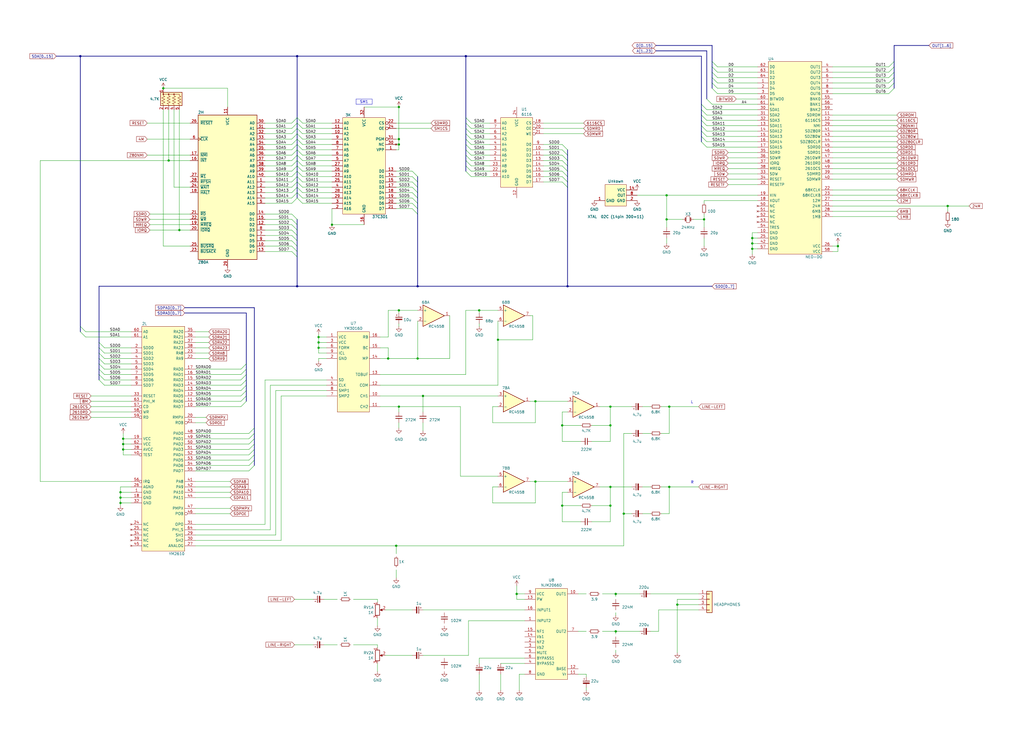
<source format=kicad_sch>
(kicad_sch (version 20230121) (generator eeschema)
  (paper "User" 485.775 350.368)
  (title_block (title "Audio - Z80 NEO-D0") (date "2023-08-15") (company "SNK") (comment 3 "Converted by Frater ") (comment 4 "NEO-GEO MVS MV1F") (comment 9 "https://github.com/Neo-Geo-Hardwares/Schematics-MV1F"))
  (junction (at 317.5 193.04))
  (junction (at 269.24 135.89))
  (junction (at 151.13 165.1))
  (junction (at 57.15 236.22))
  (junction (at 449.58 97.79))
  (junction (at 140.97 135.89))
  (junction (at 292.1 299.72))
  (junction (at 57.15 233.68))
  (junction (at 292.1 281.94))
  (junction (at 85.09 109.22))
  (junction (at 236.22 161.29))
  (junction (at 198.12 135.89))
  (junction (at 289.56 240.03))
  (junction (at 151.13 160.02))
  (junction (at 80.01 76.2))
  (junction (at 316.23 104.14))
  (junction (at 189.23 193.04))
  (junction (at 38.1 26.67))
  (junction (at 254 190.5))
  (junction (at 356.87 115.57))
  (junction (at 189.23 147.32))
  (junction (at 58.42 213.36))
  (junction (at 200.66 187.96))
  (junction (at 266.7 201.93))
  (junction (at 189.23 68.58))
  (junction (at 198.12 170.18))
  (junction (at 57.15 238.76))
  (junction (at 397.51 116.84))
  (junction (at 356.87 118.11))
  (junction (at 58.42 208.28))
  (junction (at 334.01 104.14))
  (junction (at 140.97 26.67))
  (junction (at 157.48 106.68))
  (junction (at 184.15 170.18))
  (junction (at 289.56 231.14))
  (junction (at 151.13 162.56))
  (junction (at 317.5 231.14))
  (junction (at 254 228.6))
  (junction (at 58.42 210.82))
  (junction (at 245.11 281.94))
  (junction (at 189.23 66.04))
  (junction (at 356.87 113.03))
  (junction (at 316.23 92.71))
  (junction (at 295.91 243.84))
  (junction (at 77.47 41.91))
  (junction (at 220.98 26.67))
  (junction (at 266.7 240.03))
  (junction (at 187.96 259.08))
  (junction (at 321.31 287.02))
  (junction (at 289.56 193.04))
  (junction (at 227.33 147.32))
  (junction (at 189.23 50.8))
  (junction (at 289.56 201.93))
  (bus_entry (at 337.82 39.37) (size 2.54 2.54))
  (bus_entry (at 140.97 63.5) (size -2.54 2.54))
  (bus_entry (at 46.99 170.18) (size 2.54 2.54))
  (bus_entry (at 269.24 76.2) (size -2.54 -2.54))
  (bus_entry (at 120.65 208.28) (size -2.54 2.54))
  (bus_entry (at 140.97 71.12) (size 2.54 2.54))
  (bus_entry (at 220.98 81.28) (size 2.54 2.54))
  (bus_entry (at 140.97 63.5) (size 2.54 2.54))
  (bus_entry (at 332.74 57.15) (size 2.54 2.54))
  (bus_entry (at 140.97 104.14) (size -2.54 -2.54))
  (bus_entry (at 337.82 41.91) (size 2.54 2.54))
  (bus_entry (at 140.97 91.44) (size 2.54 2.54))
  (bus_entry (at 198.12 99.06) (size -2.54 -2.54))
  (bus_entry (at 120.65 205.74) (size -2.54 2.54))
  (bus_entry (at 120.65 203.2) (size -2.54 2.54))
  (bus_entry (at 116.84 187.96) (size -2.54 2.54))
  (bus_entry (at 38.1 154.94) (size 2.54 2.54))
  (bus_entry (at 332.74 62.23) (size 2.54 2.54))
  (bus_entry (at 120.65 215.9) (size -2.54 2.54))
  (bus_entry (at 424.18 39.37) (size -2.54 2.54))
  (bus_entry (at 198.12 101.6) (size -2.54 -2.54))
  (bus_entry (at 140.97 66.04) (size -2.54 2.54))
  (bus_entry (at 198.12 93.98) (size -2.54 -2.54))
  (bus_entry (at 424.18 36.83) (size -2.54 2.54))
  (bus_entry (at 140.97 121.92) (size -2.54 -2.54))
  (bus_entry (at 337.82 34.29) (size 2.54 2.54))
  (bus_entry (at 140.97 73.66) (size 2.54 2.54))
  (bus_entry (at 140.97 58.42) (size -2.54 2.54))
  (bus_entry (at 220.98 76.2) (size 2.54 2.54))
  (bus_entry (at 140.97 78.74) (size -2.54 2.54))
  (bus_entry (at 198.12 96.52) (size -2.54 -2.54))
  (bus_entry (at 46.99 165.1) (size 2.54 2.54))
  (bus_entry (at 424.18 29.21) (size -2.54 2.54))
  (bus_entry (at 120.65 220.98) (size -2.54 2.54))
  (bus_entry (at 140.97 106.68) (size -2.54 -2.54))
  (bus_entry (at 116.84 175.26) (size -2.54 2.54))
  (bus_entry (at 140.97 114.3) (size -2.54 -2.54))
  (bus_entry (at 140.97 60.96) (size -2.54 2.54))
  (bus_entry (at 335.28 46.99) (size 2.54 2.54))
  (bus_entry (at 140.97 119.38) (size -2.54 -2.54))
  (bus_entry (at 140.97 109.22) (size -2.54 -2.54))
  (bus_entry (at 116.84 185.42) (size -2.54 2.54))
  (bus_entry (at 140.97 55.88) (size -2.54 2.54))
  (bus_entry (at 198.12 88.9) (size -2.54 -2.54))
  (bus_entry (at 269.24 71.12) (size -2.54 -2.54))
  (bus_entry (at 140.97 93.98) (size 2.54 2.54))
  (bus_entry (at 220.98 73.66) (size 2.54 2.54))
  (bus_entry (at 140.97 111.76) (size -2.54 -2.54))
  (bus_entry (at 424.18 34.29) (size -2.54 2.54))
  (bus_entry (at 140.97 60.96) (size 2.54 2.54))
  (bus_entry (at 140.97 73.66) (size -2.54 2.54))
  (bus_entry (at 140.97 88.9) (size -2.54 2.54))
  (bus_entry (at 198.12 86.36) (size -2.54 -2.54))
  (bus_entry (at 198.12 91.44) (size -2.54 -2.54))
  (bus_entry (at 220.98 68.58) (size 2.54 2.54))
  (bus_entry (at 46.99 167.64) (size 2.54 2.54))
  (bus_entry (at 140.97 93.98) (size -2.54 2.54))
  (bus_entry (at 140.97 83.82) (size 2.54 2.54))
  (bus_entry (at 332.74 67.31) (size 2.54 2.54))
  (bus_entry (at 46.99 180.34) (size 2.54 2.54))
  (bus_entry (at 46.99 172.72) (size 2.54 2.54))
  (bus_entry (at 140.97 91.44) (size -2.54 2.54))
  (bus_entry (at 269.24 88.9) (size -2.54 -2.54))
  (bus_entry (at 120.65 213.36) (size -2.54 2.54))
  (bus_entry (at 38.1 157.48) (size 2.54 2.54))
  (bus_entry (at 337.82 31.75) (size 2.54 2.54))
  (bus_entry (at 140.97 88.9) (size 2.54 2.54))
  (bus_entry (at 120.65 210.82) (size -2.54 2.54))
  (bus_entry (at 140.97 55.88) (size 2.54 2.54))
  (bus_entry (at 140.97 76.2) (size 2.54 2.54))
  (bus_entry (at 46.99 162.56) (size 2.54 2.54))
  (bus_entry (at 220.98 66.04) (size 2.54 2.54))
  (bus_entry (at 140.97 71.12) (size -2.54 2.54))
  (bus_entry (at 332.74 59.69) (size 2.54 2.54))
  (bus_entry (at 140.97 86.36) (size -2.54 2.54))
  (bus_entry (at 140.97 81.28) (size -2.54 2.54))
  (bus_entry (at 332.74 52.07) (size 2.54 2.54))
  (bus_entry (at 116.84 180.34) (size -2.54 2.54))
  (bus_entry (at 140.97 76.2) (size -2.54 2.54))
  (bus_entry (at 140.97 78.74) (size 2.54 2.54))
  (bus_entry (at 220.98 78.74) (size 2.54 2.54))
  (bus_entry (at 116.84 172.72) (size -2.54 2.54))
  (bus_entry (at 269.24 78.74) (size -2.54 -2.54))
  (bus_entry (at 337.82 36.83) (size 2.54 2.54))
  (bus_entry (at 269.24 86.36) (size -2.54 -2.54))
  (bus_entry (at 269.24 81.28) (size -2.54 -2.54))
  (bus_entry (at 140.97 58.42) (size 2.54 2.54))
  (bus_entry (at 140.97 66.04) (size 2.54 2.54))
  (bus_entry (at 269.24 83.82) (size -2.54 -2.54))
  (bus_entry (at 332.74 64.77) (size 2.54 2.54))
  (bus_entry (at 140.97 86.36) (size 2.54 2.54))
  (bus_entry (at 140.97 116.84) (size -2.54 -2.54))
  (bus_entry (at 120.65 218.44) (size -2.54 2.54))
  (bus_entry (at 140.97 68.58) (size -2.54 2.54))
  (bus_entry (at 46.99 177.8) (size 2.54 2.54))
  (bus_entry (at 337.82 29.21) (size 2.54 2.54))
  (bus_entry (at 220.98 60.96) (size 2.54 2.54))
  (bus_entry (at 116.84 177.8) (size -2.54 2.54))
  (bus_entry (at 424.18 41.91) (size -2.54 2.54))
  (bus_entry (at 116.84 190.5) (size -2.54 2.54))
  (bus_entry (at 116.84 182.88) (size -2.54 2.54))
  (bus_entry (at 332.74 49.53) (size 2.54 2.54))
  (bus_entry (at 220.98 58.42) (size 2.54 2.54))
  (bus_entry (at 220.98 55.88) (size 2.54 2.54))
  (bus_entry (at 140.97 83.82) (size -2.54 2.54))
  (bus_entry (at 46.99 175.26) (size 2.54 2.54))
  (bus_entry (at 198.12 83.82) (size -2.54 -2.54))
  (bus_entry (at 332.74 54.61) (size 2.54 2.54))
  (bus_entry (at 220.98 63.5) (size 2.54 2.54))
  (bus_entry (at 140.97 81.28) (size 2.54 2.54))
  (bus_entry (at 140.97 68.58) (size 2.54 2.54))
  (bus_entry (at 269.24 73.66) (size -2.54 -2.54))
  (bus_entry (at 220.98 71.12) (size 2.54 2.54))
  (bus_entry (at 424.18 31.75) (size -2.54 2.54))
  (wire (pts (xy 295.91 205.74) (xy 295.91 243.84)))
  (wire (pts (xy 57.15 238.76) (xy 62.23 238.76)))
  (wire (pts (xy 125.73 71.12) (xy 138.43 71.12)))
  (wire (pts (xy 227.33 153.67) (xy 227.33 154.94)))
  (wire (pts (xy 189.23 66.04) (xy 189.23 68.58)))
  (wire (pts (xy 227.33 147.32) (xy 236.22 147.32)))
  (wire (pts (xy 157.48 99.06) (xy 157.48 106.68)))
  (wire (pts (xy 316.23 104.14) (xy 316.23 107.95)))
  (wire (pts (xy 92.71 208.28) (xy 118.11 208.28)))
  (wire (pts (xy 323.85 104.14) (xy 316.23 104.14)))
  (wire (pts (xy 92.71 205.74) (xy 118.11 205.74)))
  (wire (pts (xy 92.71 251.46) (xy 128.27 251.46)))
  (wire (pts (xy 187.96 86.36) (xy 195.58 86.36)))
  (wire (pts (xy 321.31 287.02) (xy 321.31 309.88)))
  (bus (pts (xy 311.15 24.13) (xy 335.28 24.13)))
  (wire (pts (xy 257.81 86.36) (xy 266.7 86.36)))
  (bus (pts (xy 269.24 71.12) (xy 269.24 73.66)))
  (bus (pts (xy 332.74 62.23) (xy 332.74 59.69)))
  (wire (pts (xy 125.73 111.76) (xy 138.43 111.76)))
  (wire (pts (xy 85.09 109.22) (xy 85.09 52.07)))
  (wire (pts (xy 345.44 85.09) (xy 359.41 85.09)))
  (bus (pts (xy 269.24 76.2) (xy 269.24 78.74)))
  (bus (pts (xy 424.18 21.59) (xy 424.18 29.21)))
  (wire (pts (xy 92.71 157.48) (xy 99.06 157.48)))
  (wire (pts (xy 92.71 259.08) (xy 187.96 259.08)))
  (bus (pts (xy 140.97 116.84) (xy 140.97 119.38)))
  (wire (pts (xy 71.12 101.6) (xy 90.17 101.6)))
  (wire (pts (xy 128.27 251.46) (xy 128.27 182.88)))
  (wire (pts (xy 233.68 238.76) (xy 233.68 231.14)))
  (bus (pts (xy 140.97 81.28) (xy 140.97 78.74)))
  (wire (pts (xy 133.35 187.96) (xy 133.35 256.54)))
  (wire (pts (xy 182.88 311.15) (xy 195.58 311.15)))
  (wire (pts (xy 394.97 116.84) (xy 397.51 116.84)))
  (wire (pts (xy 57.15 236.22) (xy 57.15 233.68)))
  (wire (pts (xy 394.97 64.77) (xy 425.45 64.77)))
  (wire (pts (xy 62.23 213.36) (xy 58.42 213.36)))
  (wire (pts (xy 92.71 213.36) (xy 118.11 213.36)))
  (wire (pts (xy 266.7 209.55) (xy 266.7 201.93)))
  (wire (pts (xy 394.97 90.17) (xy 425.45 90.17)))
  (wire (pts (xy 92.71 220.98) (xy 118.11 220.98)))
  (bus (pts (xy 140.97 93.98) (xy 140.97 91.44)))
  (wire (pts (xy 218.44 193.04) (xy 189.23 193.04)))
  (wire (pts (xy 359.41 95.25) (xy 334.01 95.25)))
  (bus (pts (xy 332.74 64.77) (xy 332.74 62.23)))
  (wire (pts (xy 335.28 64.77) (xy 359.41 64.77)))
  (wire (pts (xy 92.71 198.12) (xy 97.79 198.12)))
  (wire (pts (xy 331.47 284.48) (xy 321.31 284.48)))
  (wire (pts (xy 189.23 147.32) (xy 198.12 147.32)))
  (wire (pts (xy 125.73 96.52) (xy 138.43 96.52)))
  (wire (pts (xy 222.25 294.64) (xy 248.92 294.64)))
  (wire (pts (xy 257.81 60.96) (xy 276.86 60.96)))
  (wire (pts (xy 92.71 241.3) (xy 109.22 241.3)))
  (wire (pts (xy 57.15 231.14) (xy 62.23 231.14)))
  (bus (pts (xy 140.97 109.22) (xy 140.97 111.76)))
  (wire (pts (xy 223.52 78.74) (xy 232.41 78.74)))
  (bus (pts (xy 198.12 91.44) (xy 198.12 93.98)))
  (bus (pts (xy 140.97 135.89) (xy 198.12 135.89)))
  (wire (pts (xy 125.73 63.5) (xy 138.43 63.5)))
  (bus (pts (xy 38.1 26.67) (xy 38.1 154.94)))
  (wire (pts (xy 292.1 283.21) (xy 292.1 281.94)))
  (bus (pts (xy 198.12 135.89) (xy 269.24 135.89)))
  (wire (pts (xy 187.96 58.42) (xy 204.47 58.42)))
  (wire (pts (xy 49.53 165.1) (xy 62.23 165.1)))
  (wire (pts (xy 308.61 281.94) (xy 331.47 281.94)))
  (wire (pts (xy 394.97 92.71) (xy 425.45 92.71)))
  (wire (pts (xy 313.69 243.84) (xy 317.5 243.84)))
  (wire (pts (xy 304.8 205.74) (xy 308.61 205.74)))
  (wire (pts (xy 92.71 236.22) (xy 109.22 236.22)))
  (wire (pts (xy 80.01 76.2) (xy 80.01 52.07)))
  (bus (pts (xy 424.18 39.37) (xy 424.18 41.91)))
  (wire (pts (xy 292.1 290.83) (xy 292.1 292.1)))
  (wire (pts (xy 57.15 238.76) (xy 57.15 236.22)))
  (wire (pts (xy 143.51 68.58) (xy 157.48 68.58)))
  (bus (pts (xy 140.97 78.74) (xy 140.97 76.2)))
  (wire (pts (xy 356.87 115.57) (xy 356.87 118.11)))
  (bus (pts (xy 140.97 60.96) (xy 140.97 58.42)))
  (wire (pts (xy 143.51 76.2) (xy 157.48 76.2)))
  (wire (pts (xy 92.71 182.88) (xy 114.3 182.88)))
  (wire (pts (xy 304.8 193.04) (xy 308.61 193.04)))
  (wire (pts (xy 274.32 281.94) (xy 278.13 281.94)))
  (wire (pts (xy 246.38 327.66) (xy 246.38 320.04)))
  (wire (pts (xy 236.22 226.06) (xy 218.44 226.06)))
  (wire (pts (xy 139.7 306.07) (xy 148.59 306.07)))
  (bus (pts (xy 116.84 185.42) (xy 116.84 187.96)))
  (wire (pts (xy 248.92 284.48) (xy 245.11 284.48)))
  (wire (pts (xy 43.18 193.04) (xy 62.23 193.04)))
  (wire (pts (xy 356.87 115.57) (xy 359.41 115.57)))
  (wire (pts (xy 266.7 233.68) (xy 266.7 240.03)))
  (wire (pts (xy 49.53 180.34) (xy 62.23 180.34)))
  (bus (pts (xy 332.74 67.31) (xy 332.74 64.77)))
  (wire (pts (xy 151.13 162.56) (xy 151.13 165.1)))
  (bus (pts (xy 120.65 218.44) (xy 120.65 220.98)))
  (wire (pts (xy 394.97 74.93) (xy 425.45 74.93)))
  (bus (pts (xy 269.24 81.28) (xy 269.24 83.82)))
  (bus (pts (xy 337.82 39.37) (xy 337.82 41.91)))
  (wire (pts (xy 90.17 109.22) (xy 85.09 109.22)))
  (wire (pts (xy 107.95 41.91) (xy 77.47 41.91)))
  (bus (pts (xy 220.98 26.67) (xy 220.98 55.88)))
  (wire (pts (xy 302.26 92.71) (xy 316.23 92.71)))
  (wire (pts (xy 237.49 320.04) (xy 237.49 327.66)))
  (wire (pts (xy 274.32 320.04) (xy 278.13 320.04)))
  (wire (pts (xy 266.7 247.65) (xy 266.7 240.03)))
  (wire (pts (xy 128.27 182.88) (xy 154.94 182.88)))
  (bus (pts (xy 220.98 26.67) (xy 332.74 26.67)))
  (wire (pts (xy 189.23 153.67) (xy 189.23 154.94)))
  (bus (pts (xy 269.24 86.36) (xy 269.24 88.9)))
  (bus (pts (xy 46.99 135.89) (xy 140.97 135.89)))
  (wire (pts (xy 180.34 193.04) (xy 189.23 193.04)))
  (wire (pts (xy 292.1 299.72) (xy 285.75 299.72)))
  (wire (pts (xy 349.25 46.99) (xy 359.41 46.99)))
  (wire (pts (xy 125.73 109.22) (xy 138.43 109.22)))
  (wire (pts (xy 233.68 193.04) (xy 236.22 193.04)))
  (wire (pts (xy 459.74 97.79) (xy 449.58 97.79)))
  (wire (pts (xy 187.96 88.9) (xy 195.58 88.9)))
  (wire (pts (xy 269.24 195.58) (xy 266.7 195.58)))
  (wire (pts (xy 295.91 243.84) (xy 299.72 243.84)))
  (wire (pts (xy 92.71 187.96) (xy 114.3 187.96)))
  (wire (pts (xy 125.73 76.2) (xy 138.43 76.2)))
  (wire (pts (xy 394.97 34.29) (xy 421.64 34.29)))
  (bus (pts (xy 220.98 63.5) (xy 220.98 66.04)))
  (wire (pts (xy 151.13 158.75) (xy 151.13 160.02)))
  (wire (pts (xy 92.71 243.84) (xy 109.22 243.84)))
  (wire (pts (xy 198.12 170.18) (xy 213.36 170.18)))
  (wire (pts (xy 92.71 200.66) (xy 97.79 200.66)))
  (wire (pts (xy 334.01 113.03) (xy 334.01 116.84)))
  (wire (pts (xy 92.71 218.44) (xy 118.11 218.44)))
  (bus (pts (xy 140.97 55.88) (xy 140.97 26.67)))
  (wire (pts (xy 49.53 167.64) (xy 62.23 167.64)))
  (wire (pts (xy 394.97 36.83) (xy 421.64 36.83)))
  (wire (pts (xy 292.1 281.94) (xy 285.75 281.94)))
  (wire (pts (xy 394.97 82.55) (xy 425.45 82.55)))
  (wire (pts (xy 321.31 287.02) (xy 331.47 287.02)))
  (wire (pts (xy 69.85 66.04) (xy 90.17 66.04)))
  (wire (pts (xy 394.97 41.91) (xy 421.64 41.91)))
  (wire (pts (xy 179.07 293.37) (xy 179.07 297.18)))
  (wire (pts (xy 182.88 289.56) (xy 195.58 289.56)))
  (bus (pts (xy 337.82 36.83) (xy 337.82 39.37)))
  (wire (pts (xy 125.73 83.82) (xy 138.43 83.82)))
  (wire (pts (xy 125.73 88.9) (xy 138.43 88.9)))
  (bus (pts (xy 337.82 31.75) (xy 337.82 34.29)))
  (bus (pts (xy 46.99 170.18) (xy 46.99 172.72)))
  (wire (pts (xy 80.01 76.2) (xy 19.05 76.2)))
  (wire (pts (xy 394.97 85.09) (xy 425.45 85.09)))
  (wire (pts (xy 317.5 205.74) (xy 317.5 193.04)))
  (wire (pts (xy 92.71 185.42) (xy 114.3 185.42)))
  (wire (pts (xy 335.28 62.23) (xy 359.41 62.23)))
  (wire (pts (xy 92.71 190.5) (xy 114.3 190.5)))
  (bus (pts (xy 337.82 29.21) (xy 337.82 31.75)))
  (wire (pts (xy 356.87 110.49) (xy 356.87 113.03)))
  (wire (pts (xy 223.52 60.96) (xy 232.41 60.96)))
  (wire (pts (xy 345.44 72.39) (xy 359.41 72.39)))
  (wire (pts (xy 394.97 54.61) (xy 425.45 54.61)))
  (wire (pts (xy 356.87 113.03) (xy 356.87 115.57)))
  (wire (pts (xy 187.96 99.06) (xy 195.58 99.06)))
  (wire (pts (xy 43.18 195.58) (xy 62.23 195.58)))
  (wire (pts (xy 278.13 326.39) (xy 278.13 327.66)))
  (wire (pts (xy 257.81 58.42) (xy 276.86 58.42)))
  (wire (pts (xy 394.97 62.23) (xy 425.45 62.23)))
  (wire (pts (xy 317.5 231.14) (xy 331.47 231.14)))
  (wire (pts (xy 257.81 76.2) (xy 266.7 76.2)))
  (wire (pts (xy 19.05 76.2) (xy 19.05 228.6)))
  (bus (pts (xy 120.65 215.9) (xy 120.65 218.44)))
  (wire (pts (xy 394.97 67.31) (xy 425.45 67.31)))
  (wire (pts (xy 125.73 81.28) (xy 138.43 81.28)))
  (bus (pts (xy 120.65 146.05) (xy 120.65 203.2)))
  (wire (pts (xy 92.71 170.18) (xy 99.06 170.18)))
  (wire (pts (xy 356.87 113.03) (xy 359.41 113.03)))
  (wire (pts (xy 289.56 231.14) (xy 299.72 231.14)))
  (wire (pts (xy 278.13 320.04) (xy 278.13 321.31)))
  (wire (pts (xy 345.44 87.63) (xy 359.41 87.63)))
  (wire (pts (xy 328.93 104.14) (xy 334.01 104.14)))
  (wire (pts (xy 90.17 58.42) (xy 69.85 58.42)))
  (wire (pts (xy 125.73 93.98) (xy 138.43 93.98)))
  (wire (pts (xy 125.73 66.04) (xy 138.43 66.04)))
  (wire (pts (xy 200.66 187.96) (xy 236.22 187.96)))
  (wire (pts (xy 143.51 78.74) (xy 157.48 78.74)))
  (wire (pts (xy 92.71 177.8) (xy 114.3 177.8)))
  (wire (pts (xy 223.52 58.42) (xy 232.41 58.42)))
  (wire (pts (xy 130.81 185.42) (xy 130.81 254)))
  (wire (pts (xy 92.71 215.9) (xy 118.11 215.9)))
  (bus (pts (xy 332.74 59.69) (xy 332.74 57.15)))
  (wire (pts (xy 280.67 201.93) (xy 289.56 201.93)))
  (wire (pts (xy 125.73 180.34) (xy 125.73 248.92)))
  (wire (pts (xy 19.05 228.6) (xy 62.23 228.6)))
  (wire (pts (xy 82.55 52.07) (xy 82.55 88.9)))
  (wire (pts (xy 154.94 185.42) (xy 130.81 185.42)))
  (wire (pts (xy 254 190.5) (xy 254 200.66)))
  (wire (pts (xy 316.23 92.71) (xy 316.23 104.14)))
  (wire (pts (xy 274.32 299.72) (xy 278.13 299.72)))
  (wire (pts (xy 77.47 116.84) (xy 77.47 52.07)))
  (wire (pts (xy 218.44 226.06) (xy 218.44 193.04)))
  (wire (pts (xy 245.11 281.94) (xy 248.92 281.94)))
  (wire (pts (xy 252.73 149.86) (xy 252.73 161.29)))
  (wire (pts (xy 200.66 289.56) (xy 248.92 289.56)))
  (wire (pts (xy 90.17 88.9) (xy 82.55 88.9)))
  (bus (pts (xy 220.98 71.12) (xy 220.98 73.66)))
  (wire (pts (xy 179.07 284.48) (xy 179.07 285.75)))
  (bus (pts (xy 140.97 121.92) (xy 140.97 135.89)))
  (bus (pts (xy 140.97 63.5) (xy 140.97 60.96)))
  (wire (pts (xy 92.71 180.34) (xy 114.3 180.34)))
  (wire (pts (xy 317.5 243.84) (xy 317.5 231.14)))
  (wire (pts (xy 394.97 59.69) (xy 425.45 59.69)))
  (wire (pts (xy 40.64 160.02) (xy 62.23 160.02)))
  (bus (pts (xy 87.63 148.59) (xy 116.84 148.59)))
  (bus (pts (xy 220.98 78.74) (xy 220.98 81.28)))
  (bus (pts (xy 198.12 99.06) (xy 198.12 101.6)))
  (wire (pts (xy 71.12 104.14) (xy 90.17 104.14)))
  (bus (pts (xy 269.24 83.82) (xy 269.24 86.36)))
  (wire (pts (xy 397.51 115.57) (xy 397.51 116.84)))
  (wire (pts (xy 334.01 101.6) (xy 334.01 104.14)))
  (wire (pts (xy 313.69 205.74) (xy 317.5 205.74)))
  (bus (pts (xy 424.18 31.75) (xy 424.18 34.29)))
  (wire (pts (xy 92.71 193.04) (xy 114.3 193.04)))
  (wire (pts (xy 151.13 162.56) (xy 154.94 162.56)))
  (wire (pts (xy 154.94 180.34) (xy 125.73 180.34)))
  (bus (pts (xy 38.1 154.94) (xy 38.1 157.48)))
  (wire (pts (xy 245.11 284.48) (xy 245.11 281.94)))
  (wire (pts (xy 49.53 175.26) (xy 62.23 175.26)))
  (wire (pts (xy 233.68 231.14) (xy 236.22 231.14)))
  (bus (pts (xy 140.97 76.2) (xy 140.97 73.66)))
  (wire (pts (xy 394.97 77.47) (xy 425.45 77.47)))
  (bus (pts (xy 46.99 175.26) (xy 46.99 177.8)))
  (wire (pts (xy 184.15 170.18) (xy 198.12 170.18)))
  (wire (pts (xy 157.48 93.98) (xy 143.51 93.98)))
  (wire (pts (xy 394.97 95.25) (xy 425.45 95.25)))
  (wire (pts (xy 223.52 71.12) (xy 232.41 71.12)))
  (wire (pts (xy 312.42 289.56) (xy 331.47 289.56)))
  (wire (pts (xy 92.71 165.1) (xy 99.06 165.1)))
  (bus (pts (xy 120.65 210.82) (xy 120.65 213.36)))
  (wire (pts (xy 179.07 314.96) (xy 179.07 318.77)))
  (wire (pts (xy 58.42 215.9) (xy 62.23 215.9)))
  (wire (pts (xy 316.23 92.71) (xy 359.41 92.71)))
  (wire (pts (xy 92.71 223.52) (xy 118.11 223.52)))
  (wire (pts (xy 130.81 254) (xy 92.71 254)))
  (bus (pts (xy 424.18 29.21) (xy 424.18 31.75)))
  (wire (pts (xy 280.67 209.55) (xy 289.56 209.55)))
  (bus (pts (xy 140.97 71.12) (xy 140.97 68.58)))
  (wire (pts (xy 157.48 106.68) (xy 172.72 106.68)))
  (bus (pts (xy 220.98 60.96) (xy 220.98 63.5)))
  (wire (pts (xy 125.73 116.84) (xy 138.43 116.84)))
  (bus (pts (xy 140.97 26.67) (xy 38.1 26.67)))
  (wire (pts (xy 257.81 71.12) (xy 266.7 71.12)))
  (wire (pts (xy 266.7 247.65) (xy 275.59 247.65)))
  (wire (pts (xy 125.73 101.6) (xy 138.43 101.6)))
  (wire (pts (xy 187.96 83.82) (xy 195.58 83.82)))
  (wire (pts (xy 345.44 77.47) (xy 359.41 77.47)))
  (bus (pts (xy 116.84 182.88) (xy 116.84 185.42)))
  (bus (pts (xy 220.98 76.2) (xy 220.98 78.74)))
  (wire (pts (xy 189.23 71.12) (xy 187.96 71.12)))
  (wire (pts (xy 280.67 240.03) (xy 289.56 240.03)))
  (bus (pts (xy 140.97 119.38) (xy 140.97 121.92)))
  (wire (pts (xy 227.33 312.42) (xy 248.92 312.42)))
  (bus (pts (xy 269.24 73.66) (xy 269.24 76.2)))
  (bus (pts (xy 116.84 175.26) (xy 116.84 177.8)))
  (wire (pts (xy 269.24 233.68) (xy 266.7 233.68)))
  (wire (pts (xy 58.42 213.36) (xy 58.42 215.9)))
  (wire (pts (xy 180.34 170.18) (xy 184.15 170.18)))
  (wire (pts (xy 345.44 82.55) (xy 359.41 82.55)))
  (wire (pts (xy 125.73 73.66) (xy 138.43 73.66)))
  (wire (pts (xy 337.82 49.53) (xy 359.41 49.53)))
  (wire (pts (xy 200.66 200.66) (xy 200.66 204.47)))
  (wire (pts (xy 71.12 106.68) (xy 90.17 106.68)))
  (wire (pts (xy 246.38 320.04) (xy 248.92 320.04)))
  (wire (pts (xy 251.46 228.6) (xy 254 228.6)))
  (wire (pts (xy 289.56 193.04) (xy 284.48 193.04)))
  (bus (pts (xy 198.12 96.52) (xy 198.12 99.06)))
  (wire (pts (xy 143.51 81.28) (xy 157.48 81.28)))
  (bus (pts (xy 220.98 58.42) (xy 220.98 60.96)))
  (wire (pts (xy 187.96 66.04) (xy 189.23 66.04)))
  (wire (pts (xy 257.81 78.74) (xy 266.7 78.74)))
  (wire (pts (xy 220.98 147.32) (xy 227.33 147.32)))
  (wire (pts (xy 92.71 233.68) (xy 109.22 233.68)))
  (wire (pts (xy 266.7 201.93) (xy 275.59 201.93)))
  (bus (pts (xy 311.15 21.59) (xy 337.82 21.59)))
  (wire (pts (xy 58.42 208.28) (xy 62.23 208.28)))
  (bus (pts (xy 198.12 86.36) (xy 198.12 88.9)))
  (wire (pts (xy 289.56 193.04) (xy 289.56 201.93)))
  (wire (pts (xy 71.12 109.22) (xy 85.09 109.22)))
  (wire (pts (xy 92.71 175.26) (xy 114.3 175.26)))
  (wire (pts (xy 257.81 73.66) (xy 266.7 73.66)))
  (bus (pts (xy 198.12 88.9) (xy 198.12 91.44)))
  (wire (pts (xy 69.85 73.66) (xy 90.17 73.66)))
  (wire (pts (xy 220.98 147.32) (xy 220.98 177.8)))
  (bus (pts (xy 140.97 111.76) (xy 140.97 114.3)))
  (wire (pts (xy 157.48 83.82) (xy 143.51 83.82)))
  (bus (pts (xy 140.97 66.04) (xy 140.97 63.5)))
  (bus (pts (xy 46.99 177.8) (xy 46.99 180.34)))
  (wire (pts (xy 179.07 307.34) (xy 179.07 306.07)))
  (bus (pts (xy 120.65 213.36) (xy 120.65 215.9)))
  (wire (pts (xy 143.51 66.04) (xy 157.48 66.04)))
  (wire (pts (xy 394.97 44.45) (xy 421.64 44.45)))
  (wire (pts (xy 222.25 311.15) (xy 222.25 294.64)))
  (wire (pts (xy 223.52 68.58) (xy 232.41 68.58)))
  (wire (pts (xy 187.96 81.28) (xy 195.58 81.28)))
  (wire (pts (xy 57.15 233.68) (xy 57.15 231.14)))
  (bus (pts (xy 140.97 68.58) (xy 140.97 66.04)))
  (wire (pts (xy 223.52 73.66) (xy 232.41 73.66)))
  (wire (pts (xy 251.46 149.86) (xy 252.73 149.86)))
  (wire (pts (xy 356.87 118.11) (xy 356.87 120.65)))
  (wire (pts (xy 154.94 187.96) (xy 133.35 187.96)))
  (wire (pts (xy 125.73 58.42) (xy 138.43 58.42)))
  (wire (pts (xy 90.17 76.2) (xy 80.01 76.2)))
  (wire (pts (xy 245.11 281.94) (xy 245.11 278.13)))
  (wire (pts (xy 125.73 106.68) (xy 138.43 106.68)))
  (wire (pts (xy 179.07 284.48) (xy 167.64 284.48)))
  (bus (pts (xy 440.69 21.59) (xy 424.18 21.59)))
  (wire (pts (xy 151.13 165.1) (xy 151.13 167.64)))
  (wire (pts (xy 340.36 44.45) (xy 359.41 44.45)))
  (bus (pts (xy 198.12 93.98) (xy 198.12 96.52)))
  (wire (pts (xy 58.42 210.82) (xy 58.42 213.36)))
  (bus (pts (xy 332.74 52.07) (xy 332.74 49.53)))
  (wire (pts (xy 92.71 210.82) (xy 118.11 210.82)))
  (wire (pts (xy 292.1 281.94) (xy 303.53 281.94)))
  (wire (pts (xy 179.07 306.07) (xy 167.64 306.07)))
  (bus (pts (xy 46.99 135.89) (xy 46.99 162.56)))
  (wire (pts (xy 187.96 96.52) (xy 195.58 96.52)))
  (wire (pts (xy 57.15 236.22) (xy 62.23 236.22)))
  (wire (pts (xy 125.73 248.92) (xy 92.71 248.92)))
  (wire (pts (xy 295.91 243.84) (xy 295.91 259.08)))
  (wire (pts (xy 345.44 74.93) (xy 359.41 74.93)))
  (wire (pts (xy 43.18 187.96) (xy 62.23 187.96)))
  (wire (pts (xy 397.51 119.38) (xy 394.97 119.38)))
  (bus (pts (xy 120.65 203.2) (xy 120.65 205.74)))
  (wire (pts (xy 200.66 187.96) (xy 200.66 195.58)))
  (wire (pts (xy 57.15 240.03) (xy 57.15 238.76)))
  (bus (pts (xy 140.97 91.44) (xy 140.97 88.9)))
  (wire (pts (xy 340.36 31.75) (xy 359.41 31.75)))
  (wire (pts (xy 151.13 171.45) (xy 151.13 170.18)))
  (wire (pts (xy 58.42 208.28) (xy 58.42 210.82)))
  (wire (pts (xy 187.96 68.58) (xy 189.23 68.58)))
  (wire (pts (xy 254 228.6) (xy 269.24 228.6)))
  (wire (pts (xy 180.34 160.02) (xy 184.15 160.02)))
  (wire (pts (xy 266.7 240.03) (xy 275.59 240.03)))
  (wire (pts (xy 184.15 160.02) (xy 184.15 147.32)))
  (wire (pts (xy 92.71 231.14) (xy 109.22 231.14)))
  (wire (pts (xy 340.36 41.91) (xy 359.41 41.91)))
  (wire (pts (xy 304.8 231.14) (xy 308.61 231.14)))
  (bus (pts (xy 424.18 36.83) (xy 424.18 39.37)))
  (wire (pts (xy 223.52 63.5) (xy 232.41 63.5)))
  (wire (pts (xy 57.15 233.68) (xy 62.23 233.68)))
  (bus (pts (xy 332.74 54.61) (xy 332.74 52.07)))
  (bus (pts (xy 269.24 88.9) (xy 269.24 135.89)))
  (wire (pts (xy 125.73 68.58) (xy 138.43 68.58)))
  (wire (pts (xy 313.69 193.04) (xy 317.5 193.04)))
  (bus (pts (xy 140.97 86.36) (xy 140.97 83.82)))
  (wire (pts (xy 223.52 76.2) (xy 232.41 76.2)))
  (wire (pts (xy 184.15 165.1) (xy 184.15 170.18)))
  (wire (pts (xy 43.18 198.12) (xy 62.23 198.12)))
  (wire (pts (xy 394.97 57.15) (xy 425.45 57.15)))
  (wire (pts (xy 394.97 69.85) (xy 425.45 69.85)))
  (wire (pts (xy 394.97 102.87) (xy 425.45 102.87)))
  (wire (pts (xy 143.51 73.66) (xy 157.48 73.66)))
  (wire (pts (xy 125.73 78.74) (xy 138.43 78.74)))
  (wire (pts (xy 40.64 157.48) (xy 62.23 157.48)))
  (wire (pts (xy 335.28 67.31) (xy 359.41 67.31)))
  (wire (pts (xy 299.72 205.74) (xy 295.91 205.74)))
  (wire (pts (xy 394.97 39.37) (xy 421.64 39.37)))
  (wire (pts (xy 289.56 231.14) (xy 289.56 240.03)))
  (wire (pts (xy 125.73 86.36) (xy 138.43 86.36)))
  (wire (pts (xy 125.73 91.44) (xy 138.43 91.44)))
  (wire (pts (xy 394.97 80.01) (xy 425.45 80.01)))
  (wire (pts (xy 151.13 165.1) (xy 154.94 165.1)))
  (wire (pts (xy 172.72 50.8) (xy 189.23 50.8)))
  (wire (pts (xy 236.22 182.88) (xy 180.34 182.88)))
  (wire (pts (xy 317.5 193.04) (xy 331.47 193.04)))
  (wire (pts (xy 189.23 193.04) (xy 189.23 195.58)))
  (wire (pts (xy 304.8 243.84) (xy 308.61 243.84)))
  (wire (pts (xy 394.97 31.75) (xy 421.64 31.75)))
  (wire (pts (xy 334.01 95.25) (xy 334.01 96.52)))
  (wire (pts (xy 187.96 259.08) (xy 187.96 262.89)))
  (wire (pts (xy 308.61 299.72) (xy 312.42 299.72)))
  (bus (pts (xy 116.84 172.72) (xy 116.84 175.26)))
  (wire (pts (xy 220.98 177.8) (xy 180.34 177.8)))
  (wire (pts (xy 335.28 52.07) (xy 359.41 52.07)))
  (wire (pts (xy 143.51 63.5) (xy 157.48 63.5)))
  (wire (pts (xy 292.1 300.99) (xy 292.1 299.72)))
  (wire (pts (xy 125.73 114.3) (xy 138.43 114.3)))
  (bus (pts (xy 140.97 114.3) (xy 140.97 116.84)))
  (wire (pts (xy 237.49 314.96) (xy 248.92 314.96)))
  (wire (pts (xy 340.36 39.37) (xy 359.41 39.37)))
  (wire (pts (xy 340.36 34.29) (xy 359.41 34.29)))
  (bus (pts (xy 269.24 78.74) (xy 269.24 81.28)))
  (wire (pts (xy 251.46 190.5) (xy 254 190.5)))
  (wire (pts (xy 43.18 190.5) (xy 62.23 190.5)))
  (wire (pts (xy 257.81 63.5) (xy 276.86 63.5)))
  (wire (pts (xy 394.97 100.33) (xy 425.45 100.33)))
  (wire (pts (xy 257.81 83.82) (xy 266.7 83.82)))
  (wire (pts (xy 189.23 200.66) (xy 189.23 203.2)))
  (wire (pts (xy 125.73 119.38) (xy 138.43 119.38)))
  (wire (pts (xy 200.66 311.15) (xy 222.25 311.15)))
  (wire (pts (xy 345.44 80.01) (xy 359.41 80.01)))
  (bus (pts (xy 337.82 21.59) (xy 337.82 29.21)))
  (wire (pts (xy 254 190.5) (xy 269.24 190.5)))
  (wire (pts (xy 334.01 104.14) (xy 334.01 107.95)))
  (bus (pts (xy 220.98 73.66) (xy 220.98 76.2)))
  (wire (pts (xy 62.23 210.82) (xy 58.42 210.82)))
  (bus (pts (xy 269.24 135.89) (xy 337.82 135.89)))
  (wire (pts (xy 397.51 116.84) (xy 397.51 119.38)))
  (bus (pts (xy 46.99 165.1) (xy 46.99 167.64)))
  (wire (pts (xy 151.13 167.64) (xy 154.94 167.64)))
  (wire (pts (xy 359.41 110.49) (xy 356.87 110.49)))
  (wire (pts (xy 187.96 91.44) (xy 195.58 91.44)))
  (bus (pts (xy 140.97 73.66) (xy 140.97 71.12)))
  (wire (pts (xy 292.1 308.61) (xy 292.1 309.88)))
  (wire (pts (xy 335.28 59.69) (xy 359.41 59.69)))
  (wire (pts (xy 280.67 247.65) (xy 289.56 247.65)))
  (bus (pts (xy 335.28 24.13) (xy 335.28 46.99)))
  (bus (pts (xy 87.63 146.05) (xy 120.65 146.05)))
  (wire (pts (xy 125.73 104.14) (xy 138.43 104.14)))
  (wire (pts (xy 335.28 69.85) (xy 359.41 69.85)))
  (bus (pts (xy 140.97 106.68) (xy 140.97 109.22)))
  (wire (pts (xy 139.7 284.48) (xy 148.59 284.48)))
  (bus (pts (xy 116.84 187.96) (xy 116.84 190.5)))
  (wire (pts (xy 92.71 228.6) (xy 109.22 228.6)))
  (wire (pts (xy 92.71 162.56) (xy 99.06 162.56)))
  (wire (pts (xy 289.56 193.04) (xy 299.72 193.04)))
  (bus (pts (xy 46.99 162.56) (xy 46.99 165.1)))
  (wire (pts (xy 153.67 306.07) (xy 160.02 306.07)))
  (wire (pts (xy 223.52 81.28) (xy 232.41 81.28)))
  (wire (pts (xy 157.48 88.9) (xy 143.51 88.9)))
  (wire (pts (xy 449.58 97.79) (xy 394.97 97.79)))
  (bus (pts (xy 198.12 101.6) (xy 198.12 135.89)))
  (wire (pts (xy 92.71 160.02) (xy 99.06 160.02)))
  (bus (pts (xy 26.67 26.67) (xy 38.1 26.67)))
  (wire (pts (xy 232.41 83.82) (xy 223.52 83.82)))
  (bus (pts (xy 116.84 180.34) (xy 116.84 182.88)))
  (wire (pts (xy 133.35 256.54) (xy 92.71 256.54)))
  (wire (pts (xy 157.48 91.44) (xy 143.51 91.44)))
  (wire (pts (xy 180.34 165.1) (xy 184.15 165.1)))
  (wire (pts (xy 289.56 231.14) (xy 284.48 231.14)))
  (wire (pts (xy 257.81 68.58) (xy 266.7 68.58)))
  (bus (pts (xy 140.97 26.67) (xy 220.98 26.67)))
  (wire (pts (xy 90.17 116.84) (xy 77.47 116.84)))
  (wire (pts (xy 236.22 161.29) (xy 236.22 182.88)))
  (bus (pts (xy 46.99 172.72) (xy 46.99 175.26)))
  (wire (pts (xy 312.42 299.72) (xy 312.42 289.56)))
  (wire (pts (xy 58.42 205.74) (xy 58.42 208.28)))
  (wire (pts (xy 107.95 50.8) (xy 107.95 41.91)))
  (wire (pts (xy 313.69 231.14) (xy 317.5 231.14)))
  (wire (pts (xy 254 228.6) (xy 254 238.76)))
  (wire (pts (xy 292.1 299.72) (xy 303.53 299.72)))
  (wire (pts (xy 187.96 60.96) (xy 204.47 60.96)))
  (wire (pts (xy 143.51 71.12) (xy 157.48 71.12)))
  (wire (pts (xy 335.28 54.61) (xy 359.41 54.61)))
  (bus (pts (xy 220.98 68.58) (xy 220.98 71.12)))
  (bus (pts (xy 116.84 148.59) (xy 116.84 172.72)))
  (bus (pts (xy 220.98 55.88) (xy 220.98 58.42)))
  (wire (pts (xy 151.13 170.18) (xy 154.94 170.18)))
  (wire (pts (xy 151.13 160.02) (xy 154.94 160.02)))
  (wire (pts (xy 394.97 72.39) (xy 425.45 72.39)))
  (wire (pts (xy 233.68 200.66) (xy 233.68 193.04)))
  (bus (pts (xy 140.97 83.82) (xy 140.97 81.28)))
  (wire (pts (xy 236.22 152.4) (xy 236.22 161.29)))
  (wire (pts (xy 289.56 247.65) (xy 289.56 240.03)))
  (bus (pts (xy 116.84 177.8) (xy 116.84 180.34)))
  (wire (pts (xy 198.12 152.4) (xy 198.12 170.18)))
  (wire (pts (xy 340.36 36.83) (xy 359.41 36.83)))
  (wire (pts (xy 449.58 97.79) (xy 449.58 100.33)))
  (wire (pts (xy 254 238.76) (xy 233.68 238.76)))
  (wire (pts (xy 143.51 58.42) (xy 157.48 58.42)))
  (wire (pts (xy 125.73 60.96) (xy 138.43 60.96)))
  (wire (pts (xy 227.33 147.32) (xy 227.33 148.59)))
  (wire (pts (xy 321.31 284.48) (xy 321.31 287.02)))
  (wire (pts (xy 187.96 270.51) (xy 187.96 274.32)))
  (wire (pts (xy 184.15 147.32) (xy 189.23 147.32)))
  (wire (pts (xy 257.81 81.28) (xy 266.7 81.28)))
  (wire (pts (xy 180.34 187.96) (xy 200.66 187.96)))
  (wire (pts (xy 335.28 57.15) (xy 359.41 57.15)))
  (wire (pts (xy 266.7 209.55) (xy 275.59 209.55)))
  (bus (pts (xy 332.74 49.53) (xy 332.74 26.67)))
  (wire (pts (xy 189.23 68.58) (xy 189.23 71.12)))
  (wire (pts (xy 289.56 209.55) (xy 289.56 201.93)))
  (bus (pts (xy 424.18 34.29) (xy 424.18 36.83)))
  (wire (pts (xy 227.33 314.96) (xy 227.33 312.42)))
  (wire (pts (xy 153.67 284.48) (xy 160.02 284.48)))
  (wire (pts (xy 157.48 96.52) (xy 143.51 96.52)))
  (wire (pts (xy 213.36 149.86) (xy 213.36 170.18)))
  (wire (pts (xy 92.71 167.64) (xy 99.06 167.64)))
  (wire (pts (xy 189.23 148.59) (xy 189.23 147.32)))
  (wire (pts (xy 49.53 172.72) (xy 62.23 172.72)))
  (bus (pts (xy 140.97 88.9) (xy 140.97 86.36)))
  (bus (pts (xy 120.65 205.74) (xy 120.65 208.28)))
  (wire (pts (xy 223.52 66.04) (xy 232.41 66.04)))
  (wire (pts (xy 254 200.66) (xy 233.68 200.66)))
  (wire (pts (xy 143.51 60.96) (xy 157.48 60.96)))
  (wire (pts (xy 49.53 177.8) (xy 62.23 177.8)))
  (wire (pts (xy 316.23 113.03) (xy 316.23 115.57)))
  (wire (pts (xy 187.96 259.08) (xy 295.91 259.08)))
  (wire (pts (xy 151.13 160.02) (xy 151.13 162.56)))
  (bus (pts (xy 140.97 58.42) (xy 140.97 55.88)))
  (bus (pts (xy 198.12 83.82) (xy 198.12 86.36)))
  (bus (pts (xy 46.99 167.64) (xy 46.99 170.18)))
  (wire (pts (xy 189.23 50.8) (xy 189.23 66.04)))
  (wire (pts (xy 356.87 118.11) (xy 359.41 118.11)))
  (wire (pts (xy 266.7 195.58) (xy 266.7 201.93)))
  (bus (pts (xy 332.74 57.15) (xy 332.74 54.61)))
  (bus (pts (xy 220.98 66.04) (xy 220.98 68.58)))
  (wire (pts (xy 187.96 93.98) (xy 195.58 93.98)))
  (wire (pts (xy 157.48 86.36) (xy 143.51 86.36)))
  (wire (pts (xy 252.73 161.29) (xy 236.22 161.29)))
  (wire (pts (xy 49.53 182.88) (xy 62.23 182.88)))
  (bus (pts (xy 337.82 34.29) (xy 337.82 36.83)))
  (wire (pts (xy 227.33 320.04) (xy 227.33 327.66)))
  (bus (pts (xy 140.97 104.14) (xy 140.97 106.68)))
  (bus (pts (xy 120.65 208.28) (xy 120.65 210.82)))
  (wire (pts (xy 49.53 170.18) (xy 62.23 170.18)))
  (text_box "SM1" (at 168.91 46.99 0) (size 7.62 2.54) (effects (font (size 1.27 1.27))))
  (text "R" (at 327.66 229.87 0) (effects (font (size 1.27 1.27)) (justify left bottom)))
  (text "L" (at 327.66 191.77 0) (effects (font (size 1.27 1.27)) (justify left bottom)))
  (label "SDD3" (at 189.23 88.9 0))
  (label "SDA0" (at 130.81 58.42 0))
  (label "SDD7" (at 260.35 86.36 0))
  (label "SDD4" (at 189.23 91.44 0))
  (label "SDD2" (at 189.23 86.36 0))
  (label "SDA6" (at 149.86 73.66 180))
  (label "SDA1" (at 149.86 60.96 180))
  (label "SDD0" (at 52.07 165.1 0))
  (label "SDA1" (at 229.87 60.96 180))
  (label "SDD0" (at 260.35 68.58 0))
  (label "SDA14" (at 151.13 93.98 180))
  (label "SDD5" (at 260.35 81.28 0))
  (label "SDPAD2" (at 92.71 210.82 0))
  (label "SDA6" (at 229.87 73.66 180))
  (label "SDA2" (at 337.82 52.07 0))
  (label "SDD0" (at 132.08 101.6 0))
  (label "SDA6" (at 130.81 73.66 0))
  (label "SDA5" (at 229.87 71.12 180))
  (label "SDA14" (at 130.81 93.98 0))
  (label "SDA15" (at 337.82 69.85 0))
  (label "SDA12" (at 337.82 62.23 0))
  (label "SDA8" (at 229.87 78.74 180))
  (label "SDPAD7" (at 92.71 223.52 0))
  (label "SDA9" (at 130.81 81.28 0))
  (label "SDD1" (at 189.23 83.82 0))
  (label "SDA2" (at 149.86 63.5 180))
  (label "SDD7" (at 52.07 182.88 0))
  (label "SDA1" (at 52.07 160.02 0))
  (label "SDA7" (at 149.86 76.2 180))
  (label "SDA15" (at 130.81 96.52 0))
  (label "SDA8" (at 130.81 78.74 0))
  (label "SDA13" (at 130.81 91.44 0))
  (label "SDA1" (at 130.81 60.96 0))
  (label "SDA2" (at 130.81 63.5 0))
  (label "SDRAD7" (at 92.71 193.04 0))
  (label "SDA4" (at 149.86 68.58 180))
  (label "SDD7" (at 132.08 119.38 0))
  (label "SDA2" (at 229.87 63.5 180))
  (label "SDRAD3" (at 92.71 182.88 0))
  (label "SDD2" (at 52.07 170.18 0))
  (label "SDA0" (at 149.86 58.42 180))
  (label "SDA4" (at 337.82 57.15 0))
  (label "OUT1" (at 415.29 31.75 0))
  (label "SDA10" (at 151.13 83.82 180))
  (label "SDRAD5" (at 92.71 187.96 0))
  (label "SDD6" (at 189.23 96.52 0))
  (label "SDA3" (at 130.81 66.04 0))
  (label "SDD4" (at 52.07 175.26 0))
  (label "SDPAD4" (at 92.71 215.9 0))
  (label "D3" (at 345.44 39.37 0))
  (label "SDA5" (at 130.81 71.12 0))
  (label "SDPAD6" (at 92.71 220.98 0))
  (label "SDA12" (at 151.13 88.9 180))
  (label "SDPAD1" (at 92.71 208.28 0))
  (label "SDD1" (at 132.08 104.14 0))
  (label "SDA7" (at 229.87 76.2 180))
  (label "SDRAD1" (at 92.71 177.8 0))
  (label "SDD3" (at 260.35 76.2 0))
  (label "OUT4" (at 415.29 39.37 0))
  (label "SDA11" (at 337.82 59.69 0))
  (label "D0" (at 345.44 31.75 0))
  (label "SDD6" (at 132.08 116.84 0))
  (label "SDRAD6" (at 92.71 190.5 0))
  (label "SDD5" (at 189.23 93.98 0))
  (label "SDD0" (at 189.23 81.28 0))
  (label "SDA4" (at 130.81 68.58 0))
  (label "SDA9" (at 149.86 81.28 180))
  (label "SDD1" (at 52.07 167.64 0))
  (label "SDRAD2" (at 92.71 180.34 0))
  (label "SDA13" (at 337.82 64.77 0))
  (label "D2" (at 345.44 36.83 0))
  (label "SDRAD4" (at 92.71 185.42 0))
  (label "OUT2" (at 415.29 34.29 0))
  (label "SDA9" (at 229.87 81.28 180))
  (label "SDD4" (at 132.08 111.76 0))
  (label "SDD3" (at 132.08 109.22 0))
  (label "SDA15" (at 151.13 96.52 180))
  (label "SDD2" (at 132.08 106.68 0))
  (label "SDA5" (at 149.86 71.12 180))
  (label "SDRAD0" (at 92.71 175.26 0))
  (label "SDA3" (at 229.87 66.04 180))
  (label "OUT6" (at 415.29 44.45 0))
  (label "D4" (at 345.44 41.91 0))
  (label "SDPAD0" (at 92.71 205.74 0))
  (label "SDA8" (at 149.86 78.74 180))
  (label "SDA13" (at 151.13 91.44 180))
  (label "SDD3" (at 52.07 172.72 0))
  (label "SDD5" (at 132.08 114.3 0))
  (label "SDA0" (at 52.07 157.48 0))
  (label "SDA10" (at 130.81 83.82 0))
  (label "SDA10" (at 231.14 83.82 180))
  (label "SDPAD5" (at 92.71 218.44 0))
  (label "SDA3" (at 337.82 54.61 0))
  (label "D5" (at 345.44 44.45 0))
  (label "OUT3" (at 415.29 36.83 0))
  (label "SDD6" (at 52.07 180.34 0))
  (label "SDD4" (at 260.35 78.74 0))
  (label "SDA14" (at 337.82 67.31 0))
  (label "OUT5" (at 415.29 41.91 0))
  (label "SDD5" (at 52.07 177.8 0))
  (label "SDA12" (at 130.81 88.9 0))
  (label "D1" (at 345.44 34.29 0))
  (label "SDA11" (at 130.81 86.36 0))
  (label "SDD6" (at 260.35 83.82 0))
  (label "SDA7" (at 130.81 76.2 0))
  (label "SDA3" (at 149.86 66.04 180))
  (label "SDA0" (at 229.87 58.42 180))
  (label "SDA11" (at 151.13 86.36 180))
  (label "SDPAD3" (at 92.71 213.36 0))
  (label "A4" (at 351.79 49.53 0))
  (label "SDD7" (at 189.23 99.06 0))
  (label "SDA4" (at 229.87 68.58 180))
  (label "SDD2" (at 260.35 73.66 0))
  (label "SDD1" (at 260.35 71.12 0))
  (global_label "24M" (shape input) (at 459.74 97.79 0) (property "Intersheetrefs" "${INTERSHEET_REFS}" (at 466.5956 97.79 0) (effects (justify left))))
  (global_label "LINE-RIGHT" (shape input) (at 331.47 231.14 0) (property "Intersheetrefs" "${INTERSHEET_REFS}" (at 345.5829 231.14 0) (effects (justify left))))
  (global_label "D[0..15]" (shape bidirectional) (at 311.15 21.59 180) (property "Intersheetrefs" "${INTERSHEET_REFS}" (at 299.252 21.59 0) (effects (justify right))))
  (global_label "BITWD0" (shape input) (at 349.25 46.99 180) (property "Intersheetrefs" "${INTERSHEET_REFS}" (at 339.4915 46.99 0) (effects (justify right))))
  (global_label "SDMRD" (shape input) (at 204.47 58.42 0) (property "Intersheetrefs" "${INTERSHEET_REFS}" (at 214.0471 58.42 0) (effects (justify left))))
  (global_label "1MB" (shape input) (at 425.45 102.87 0) (property "Intersheetrefs" "${INTERSHEET_REFS}" (at 432.3661 102.87 0) (effects (justify left))))
  (global_label "8M" (shape input) (at 43.18 190.5 180) (property "Intersheetrefs" "${INTERSHEET_REFS}" (at 37.5339 190.5 0) (effects (justify right))))
  (global_label "2610RD" (shape input) (at 43.18 195.58 180) (property "Intersheetrefs" "${INTERSHEET_REFS}" (at 32.8168 195.58 0) (effects (justify right))))
  (global_label "Z80NMI" (shape input) (at 425.45 59.69 0) (property "Intersheetrefs" "${INTERSHEET_REFS}" (at 435.4504 59.69 0) (effects (justify left))))
  (global_label "SDMWR" (shape input) (at 425.45 85.09 0) (property "Intersheetrefs" "${INTERSHEET_REFS}" (at 435.0875 85.09 0) (effects (justify left))))
  (global_label "SDPA9" (shape input) (at 109.22 231.14 0) (property "Intersheetrefs" "${INTERSHEET_REFS}" (at 118.2528 231.14 0) (effects (justify left))))
  (global_label "68KCLK" (shape input) (at 425.45 90.17 0) (property "Intersheetrefs" "${INTERSHEET_REFS}" (at 435.6923 90.17 0) (effects (justify left))))
  (global_label "2610RD" (shape input) (at 425.45 77.47 0) (property "Intersheetrefs" "${INTERSHEET_REFS}" (at 435.8132 77.47 0) (effects (justify left))))
  (global_label "SDROE" (shape input) (at 97.79 200.66 0) (property "Intersheetrefs" "${INTERSHEET_REFS}" (at 107.0042 200.66 0) (effects (justify left))))
  (global_label "IORQ" (shape input) (at 345.44 77.47 180) (property "Intersheetrefs" "${INTERSHEET_REFS}" (at 337.919 77.47 0) (effects (justify right))))
  (global_label "SDRA22" (shape input) (at 99.06 162.56 0) (property "Intersheetrefs" "${INTERSHEET_REFS}" (at 109.3023 162.56 0) (effects (justify left))))
  (global_label "SDMRD" (shape input) (at 276.86 60.96 0) (property "Intersheetrefs" "${INTERSHEET_REFS}" (at 286.4371 60.96 0) (effects (justify left))))
  (global_label "SDRMPX" (shape input) (at 97.79 198.12 0) (property "Intersheetrefs" "${INTERSHEET_REFS}" (at 108.4556 198.12 0) (effects (justify left))))
  (global_label "SDPA8" (shape input) (at 109.22 228.6 0) (property "Intersheetrefs" "${INTERSHEET_REFS}" (at 118.2528 228.6 0) (effects (justify left))))
  (global_label "SDRO" (shape input) (at 71.12 101.6 180) (property "Intersheetrefs" "${INTERSHEET_REFS}" (at 62.9943 101.6 0) (effects (justify right))))
  (global_label "RESET" (shape input) (at 345.44 85.09 180) (property "Intersheetrefs" "${INTERSHEET_REFS}" (at 336.7097 85.09 0) (effects (justify right))))
  (global_label "SDRD" (shape input) (at 345.44 72.39 180) (property "Intersheetrefs" "${INTERSHEET_REFS}" (at 337.4353 72.39 0) (effects (justify right))))
  (global_label "2610CS" (shape input) (at 43.18 193.04 180) (property "Intersheetrefs" "${INTERSHEET_REFS}" (at 32.8773 193.04 0) (effects (justify right))))
  (global_label "A[1..23]" (shape bidirectional) (at 311.15 24.13 180) (property "Intersheetrefs" "${INTERSHEET_REFS}" (at 299.4334 24.13 0) (effects (justify right))))
  (global_label "SDRA8" (shape input) (at 99.06 167.64 0) (property "Intersheetrefs" "${INTERSHEET_REFS}" (at 108.0928 167.64 0) (effects (justify left))))
  (global_label "2610CS" (shape input) (at 425.45 80.01 0) (property "Intersheetrefs" "${INTERSHEET_REFS}" (at 435.7527 80.01 0) (effects (justify left))))
  (global_label "RESET" (shape input) (at 69.85 58.42 180) (property "Intersheetrefs" "${INTERSHEET_REFS}" (at 61.1197 58.42 0) (effects (justify right))))
  (global_label "SDRA9" (shape input) (at 99.06 170.18 0) (property "Intersheetrefs" "${INTERSHEET_REFS}" (at 108.0928 170.18 0) (effects (justify left))))
  (global_label "SDD[0..7]" (shape input) (at 337.82 135.89 0) (property "Intersheetrefs" "${INTERSHEET_REFS}" (at 349.9372 135.89 0) (effects (justify left))))
  (global_label "SDMRD" (shape input) (at 425.45 82.55 0) (property "Intersheetrefs" "${INTERSHEET_REFS}" (at 434.9061 82.55 0) (effects (justify left))))
  (global_label "68KCLKB" (shape input) (at 425.45 92.71 0) (property "Intersheetrefs" "${INTERSHEET_REFS}" (at 436.9623 92.71 0) (effects (justify left))))
  (global_label "2610WR" (shape input) (at 43.18 198.12 180) (property "Intersheetrefs" "${INTERSHEET_REFS}" (at 32.6354 198.12 0) (effects (justify right))))
  (global_label "6MB" (shape input) (at 425.45 100.33 0) (property "Intersheetrefs" "${INTERSHEET_REFS}" (at 432.3661 100.33 0) (effects (justify left))))
  (global_label "SDWR" (shape input) (at 345.44 74.93 180) (property "Intersheetrefs" "${INTERSHEET_REFS}" (at 337.2539 74.93 0) (effects (justify right))))
  (global_label "Z80NMI" (shape input) (at 69.85 73.66 180) (property "Intersheetrefs" "${INTERSHEET_REFS}" (at 59.8496 73.66 0) (effects (justify right))))
  (global_label "SDPA11" (shape input) (at 109.22 236.22 0) (property "Intersheetrefs" "${INTERSHEET_REFS}" (at 119.4623 236.22 0) (effects (justify left))))
  (global_label "LINE-LEFT" (shape input) (at 139.7 284.48 180) (property "Intersheetrefs" "${INTERSHEET_REFS}" (at 126.7967 284.48 0) (effects (justify right))))
  (global_label "SDZ80R" (shape input) (at 425.45 62.23 0) (property "Intersheetrefs" "${INTERSHEET_REFS}" (at 435.8132 62.23 0) (effects (justify left))))
  (global_label "OUT[1..6]" (shape input) (at 440.69 21.59 0) (property "Intersheetrefs" "${INTERSHEET_REFS}" (at 452.6258 21.59 0) (effects (justify left))))
  (global_label "12M" (shape input) (at 425.45 95.25 0) (property "Intersheetrefs" "${INTERSHEET_REFS}" (at 432.3056 95.25 0) (effects (justify left))))
  (global_label "SDROM" (shape input) (at 425.45 54.61 0) (property "Intersheetrefs" "${INTERSHEET_REFS}" (at 434.8457 54.61 0) (effects (justify left))))
  (global_label "LINE-LEFT" (shape input) (at 331.47 193.04 0) (property "Intersheetrefs" "${INTERSHEET_REFS}" (at 344.3733 193.04 0) (effects (justify left))))
  (global_label "SDRD1" (shape input) (at 425.45 72.39 0) (property "Intersheetrefs" "${INTERSHEET_REFS}" (at 434.6642 72.39 0) (effects (justify left))))
  (global_label "SDMWR" (shape input) (at 276.86 63.5 0) (property "Intersheetrefs" "${INTERSHEET_REFS}" (at 286.558 63.5 0) (effects (justify left))))
  (global_label "SDRA23" (shape input) (at 99.06 165.1 0) (property "Intersheetrefs" "${INTERSHEET_REFS}" (at 109.3023 165.1 0) (effects (justify left))))
  (global_label "4M" (shape input) (at 69.85 66.04 180) (property "Intersheetrefs" "${INTERSHEET_REFS}" (at 64.2039 66.04 0) (effects (justify right))))
  (global_label "SDRD0" (shape input) (at 425.45 69.85 0) (property "Intersheetrefs" "${INTERSHEET_REFS}" (at 434.6642 69.85 0) (effects (justify left))))
  (global_label "SDPA10" (shape input) (at 109.22 233.68 0) (property "Intersheetrefs" "${INTERSHEET_REFS}" (at 119.4623 233.68 0) (effects (justify left))))
  (global_label "SDZ80CLR" (shape input) (at 425.45 67.31 0) (property "Intersheetrefs" "${INTERSHEET_REFS}" (at 438.1113 67.31 0) (effects (justify left))))
  (global_label "SDW" (shape input) (at 345.44 82.55 180) (property "Intersheetrefs" "${INTERSHEET_REFS}" (at 338.5239 82.55 0) (effects (justify right))))
  (global_label "6116CS" (shape input) (at 425.45 57.15 0) (property "Intersheetrefs" "${INTERSHEET_REFS}" (at 435.7527 57.15 0) (effects (justify left))))
  (global_label "SDRAD[0..7]" (shape input) (at 87.63 148.59 180) (property "Intersheetrefs" "${INTERSHEET_REFS}" (at 74.3033 148.59 0) (effects (justify right))))
  (global_label "MREQ" (shape input) (at 71.12 106.68 180) (property "Intersheetrefs" "${INTERSHEET_REFS}" (at 62.9339 106.68 0) (effects (justify right))))
  (global_label "LINE-RIGHT" (shape input) (at 139.7 306.07 180) (property "Intersheetrefs" "${INTERSHEET_REFS}" (at 125.5871 306.07 0) (effects (justify right))))
  (global_label "SDPMPX" (shape input) (at 109.22 241.3 0) (property "Intersheetrefs" "${INTERSHEET_REFS}" (at 119.8856 241.3 0) (effects (justify left))))
  (global_label "RESETF" (shape input) (at 345.44 87.63 180) (property "Intersheetrefs" "${INTERSHEET_REFS}" (at 335.6211 87.63 0) (effects (justify right))))
  (global_label "SDWR" (shape input) (at 71.12 104.14 180) (property "Intersheetrefs" "${INTERSHEET_REFS}" (at 62.8734 104.14 0) (effects (justify right))))
  (global_label "RESET" (shape input) (at 43.18 187.96 180) (property "Intersheetrefs" "${INTERSHEET_REFS}" (at 34.4497 187.96 0) (effects (justify right))))
  (global_label "SDPAD[0..7]" (shape input) (at 87.63 146.05 180) (property "Intersheetrefs" "${INTERSHEET_REFS}" (at 73.2147 146.05 0) (effects (justify right))))
  (global_label "SM1CS" (shape input) (at 204.47 60.96 0) (property "Intersheetrefs" "${INTERSHEET_REFS}" (at 213.8051 60.96 0) (effects (justify left))))
  (global_label "IORQ" (shape input) (at 71.12 109.22 180) (property "Intersheetrefs" "${INTERSHEET_REFS}" (at 63.599 109.22 0) (effects (justify right))))
  (global_label "SDRA20" (shape input) (at 99.06 157.48 0) (property "Intersheetrefs" "${INTERSHEET_REFS}" (at 109.3023 157.48 0) (effects (justify left))))
  (global_label "SDRA21" (shape input) (at 99.06 160.02 0) (property "Intersheetrefs" "${INTERSHEET_REFS}" (at 109.3023 160.02 0) (effects (justify left))))
  (global_label "2610WR" (shape input) (at 425.45 74.93 0) (property "Intersheetrefs" "${INTERSHEET_REFS}" (at 435.9946 74.93 0) (effects (justify left))))
  (global_label "SDZ80W" (shape input) (at 425.45 64.77 0) (property "Intersheetrefs" "${INTERSHEET_REFS}" (at 435.9946 64.77 0) (effects (justify left))))
  (global_label "SDA[0..15]" (shape input) (at 26.67 26.67 180) (property "Intersheetrefs" "${INTERSHEET_REFS}" (at 13.5247 26.67 0) (effects (justify right))))
  (global_label "SDPOE" (shape input) (at 109.22 243.84 0) (property "Intersheetrefs" "${INTERSHEET_REFS}" (at 118.5552 243.84 0) (effects (justify left))))
  (global_label "6116CS" (shape input) (at 276.86 58.42 0) (property "Intersheetrefs" "${INTERSHEET_REFS}" (at 287.1627 58.42 0) (effects (justify left))))
  (global_label "MREQ" (shape input) (at 345.44 80.01 180) (property "Intersheetrefs" "${INTERSHEET_REFS}" (at 337.2539 80.01 0) (effects (justify right))))
  (symbol (lib_id "Amplifier_Operational:RC4558") (at 243.84 228.6 0) (unit 2)
    (property "Reference" "7B" (at 240.03 222.25 0))
    (property "Value" "RC4558" (at 245.11 233.68 0))
    (property "Datasheet" "http://www.ti.com/lit/ds/symlink/rc4558.pdf" (effects hide))
  )
  (symbol (lib_id "Device:R_Small") (at 334.01 99.06 0) (unit 1)
    (property "Reference" "R29" (effects hide))
    (property "Value" "100" (at 335.661 100.2721 0) (effects (justify left)))
  )
  (symbol (lib_id "Device:C_Small") (at 210.82 314.96 0) (unit 1)
    (property "Reference" "C26" (effects hide))
    (property "Value" "102M" (at 213.741 316.1721 0) (effects (justify left)))
  )
  (symbol (lib_id "power:VCC") (at 151.13 158.75 0) (unit 1)
    (property "Reference" "#PWR089" (effects hide))
    (property "Value" "VCC" (at 151.13 154.6169 0))
  )
  (symbol (lib_id "Device:Crystal_Small") (at 326.39 104.14 0) (unit 1)
    (property "Reference" "X3" (at 326.39 101.6 0))
    (property "Value" "24MHz" (at 326.39 107.95 0))
  )
  (symbol (lib_id "Device:R_Small") (at 311.15 231.14 270) (unit 1)
    (property "Reference" "R34" (effects hide))
    (property "Value" "6.8K" (at 311.15 233.68 90))
  )
  (symbol (lib_id "Device:R_Small") (at 311.15 205.74 270) (unit 1)
    (property "Reference" "R33" (effects hide))
    (property "Value" "6.8K" (at 311.15 208.28 90))
  )
  (symbol (lib_id "power:GND") (at 57.15 240.03 0) (unit 1)
    (property "Reference" "#PWR088" (effects hide))
    (property "Value" "GND" (at 57.15 244.1631 0))
  )
  (symbol (lib_id "Device:R_Small") (at 163.83 284.48 90) (unit 1)
    (property "Reference" "R37" (effects hide))
    (property "Value" "1K" (at 163.83 281.94 0))
  )
  (symbol (lib_id "power:GND") (at 334.01 116.84 0) (unit 1)
    (property "Reference" "#PWR082" (effects hide))
    (property "Value" "GND" (at 334.01 120.9731 0))
  )
  (symbol (lib_id "power:GND") (at 189.23 154.94 0) (unit 1)
    (property "Reference" "#PWR091" (effects hide))
    (property "Value" "GND" (at 189.23 159.0731 0))
  )
  (symbol (lib_id "Device:R_Small") (at 281.94 281.94 270) (unit 1)
    (property "Reference" "R39" (effects hide))
    (property "Value" "3.9" (at 281.94 284.48 90))
  )
  (symbol (lib_id "power:GND") (at 356.87 120.65 0) (unit 1)
    (property "Reference" "#PWR081" (effects hide))
    (property "Value" "GND" (at 356.87 124.7831 0))
  )
  (symbol (lib_id "power:GND") (at 292.1 292.1 0) (unit 1)
    (property "Reference" "#PWR0105" (effects hide))
    (property "Value" "GND" (at 292.1 296.2331 0))
  )
  (symbol (lib_id "Device:C_Polarized_Small") (at 302.26 205.74 90) (unit 1)
    (property "Reference" "C18" (effects hide))
    (property "Value" "4.7u" (at 302.26 209.55 90))
  )
  (symbol (lib_id "power:VCC") (at 302.26 90.17 0) (unit 1)
    (property "Reference" "#PWR086" (effects hide))
    (property "Value" "VCC" (at 302.26 86.0369 0))
  )
  (symbol (lib_id "Amplifier_Operational:RC4558") (at 243.84 149.86 0) (unit 2)
    (property "Reference" "6B" (at 240.03 143.51 0))
    (property "Value" "RC4558" (at 245.11 154.94 0))
    (property "Datasheet" "http://www.ti.com/lit/ds/symlink/rc4558.pdf" (effects hide))
  )
  (symbol (lib_id "0-Custom-SNK:UNKNOW") (at 292.1 92.71 0) (unit 1)
    (property "Reference" "Unkown" (at 292.1 86.0369 0))
    (property "Value" "XTAL  02C (14pin 300=11)" (at 292.1 102.87 0))
  )
  (symbol (lib_id "power:GND") (at 179.07 318.77 0) (unit 1)
    (property "Reference" "#PWR099" (effects hide))
    (property "Value" "GND" (at 179.07 322.9031 0))
  )
  (symbol (lib_id "Device:C_Polarized_Small") (at 302.26 243.84 90) (unit 1)
    (property "Reference" "C20" (effects hide))
    (property "Value" "4.7u" (at 302.26 247.65 90))
  )
  (symbol (lib_id "power:VCC") (at 189.23 50.8 0) (unit 1)
    (property "Reference" "#PWR070" (effects hide))
    (property "Value" "VCC" (at 189.23 46.6669 0))
  )
  (symbol (lib_id "Device:C_Polarized_Small") (at 237.49 317.5 0) (unit 1)
    (property "Reference" "C28" (effects hide))
    (property "Value" "22u" (at 239.649 316.9539 0) (effects (justify left)))
  )
  (symbol (lib_id "Amplifier_Operational:RC4558") (at 276.86 231.14 0) (unit 2)
    (property "Reference" "7C" (at 273.05 224.79 0))
    (property "Value" "RC4558" (at 278.13 236.22 0))
    (property "Datasheet" "http://www.ti.com/lit/ds/symlink/rc4558.pdf" (effects hide))
  )
  (symbol (lib_id "power:GND") (at 316.23 115.57 0) (unit 1)
    (property "Reference" "#PWR083" (effects hide))
    (property "Value" "GND" (at 316.23 119.7031 0))
  )
  (symbol (lib_id "Device:C_Polarized_Small") (at 302.26 231.14 90) (unit 1)
    (property "Reference" "C19" (effects hide))
    (property "Value" "4.7u" (at 302.26 234.95 90))
  )
  (symbol (lib_id "Device:C_Polarized_Small") (at 227.33 317.5 0) (unit 1)
    (property "Reference" "C27" (effects hide))
    (property "Value" "22u" (at 229.489 316.9539 0) (effects (justify left)))
  )
  (symbol (lib_id "Device:C_Small") (at 334.01 110.49 0) (unit 1)
    (property "Reference" "C9" (effects hide))
    (property "Value" "20p" (at 336.931 110.49 0) (effects (justify left)))
  )
  (symbol (lib_id "Device:R_Potentiometer_Dual_Separate") (at 179.07 311.15 0) (unit 1)
    (property "Reference" "RV2" (at 177.292 309.9379 0) (effects (justify right)))
    (property "Value" "1K" (at 177.292 312.3621 0) (effects (justify right)))
  )
  (symbol (lib_id "0-Custom-SNK:37C301") (at 172.72 78.74 0) (unit 1)
    (property "Reference" "3K" (at 163.83 54.61 0) (effects (justify left)))
    (property "Value" "37C301" (at 176.53 102.87 0) (effects (justify left)))
  )
  (symbol (lib_id "0-Custom-SNK:YM3016D") (at 167.64 180.34 0) (unit 1)
    (property "Reference" "U7" (at 167.64 153.4627 0))
    (property "Value" "YM3016D" (at 167.64 155.8869 0))
    (property "Footprint" "Package_DIP:DIP-16_W7.62mm" (effects hide))
  )
  (symbol (lib_id "power:GND") (at 151.13 171.45 0) (unit 1)
    (property "Reference" "#PWR090" (effects hide))
    (property "Value" "GND" (at 151.13 175.5831 0))
  )
  (symbol (lib_id "Device:C_Polarized_Small") (at 151.13 284.48 90) (unit 1)
    (property "Reference" "C23" (effects hide))
    (property "Value" "4.7u" (at 150.5839 281.3629 90))
  )
  (symbol (lib_id "power:GND") (at 281.94 95.25 0) (unit 1)
    (property "Reference" "#PWR085" (effects hide))
    (property "Value" "GND" (at 281.94 99.3831 0))
  )
  (symbol (lib_id "Device:C_Small") (at 292.1 287.02 0) (unit 1)
    (property "Reference" "C30" (effects hide))
    (property "Value" "224M" (at 295.021 288.2321 0) (effects (justify left)))
  )
  (symbol (lib_id "Device:C_Polarized_Small") (at 198.12 311.15 270) (unit 1)
    (property "Reference" "C25" (effects hide))
    (property "Value" "1u" (at 198.6661 308.0329 90))
  )
  (symbol (lib_id "Device:C_Small") (at 316.23 110.49 0) (unit 1)
    (property "Reference" "C10" (effects hide))
    (property "Value" "20p" (at 319.151 110.49 0) (effects (justify left)))
  )
  (symbol (lib_id "power:GND") (at 107.95 127 0) (unit 1)
    (property "Reference" "#PWR069" (effects hide))
    (property "Value" "GND" (at 107.95 131.1331 0))
  )
  (symbol (lib_id "power:GND") (at 189.23 203.2 0) (unit 1)
    (property "Reference" "#PWR094" (effects hide))
    (property "Value" "GND" (at 189.23 208.6031 0))
  )
  (symbol (lib_id "0-Custom-SNK:YM2610") (at 77.47 208.28 0) (unit 1)
    (property "Reference" "2L" (at 68.58 153.67 0))
    (property "Value" "YM2610" (at 83.82 262.89 0))
  )
  (symbol (lib_id "power:GND") (at 179.07 297.18 0) (unit 1)
    (property "Reference" "#PWR098" (effects hide))
    (property "Value" "GND" (at 179.07 301.3131 0))
  )
  (symbol (lib_id "Device:C_Small") (at 292.1 304.8 0) (unit 1)
    (property "Reference" "C32" (effects hide))
    (property "Value" "224M" (at 295.021 306.0121 0) (effects (justify left)))
  )
  (symbol (lib_id "Device:R_Small") (at 311.15 243.84 270) (unit 1)
    (property "Reference" "R35" (effects hide))
    (property "Value" "6.8K" (at 311.15 246.38 90))
  )
  (symbol (lib_id "Device:C_Polarized_Small") (at 306.07 281.94 90) (unit 1)
    (property "Reference" "C31" (effects hide))
    (property "Value" "220u" (at 305.5239 278.8229 90))
  )
  (symbol (lib_id "power:GND") (at 278.13 327.66 0) (unit 1)
    (property "Reference" "#PWR0104" (effects hide))
    (property "Value" "GND" (at 278.13 331.7931 0))
  )
  (symbol (lib_id "Device:C_Small") (at 278.13 247.65 270) (unit 1)
    (property "Reference" "C16" (effects hide))
    (property "Value" "222M" (at 278.13 251.46 90))
  )
  (symbol (lib_id "power:VCC") (at 58.42 205.74 0) (unit 1)
    (property "Reference" "#PWR087" (effects hide))
    (property "Value" "VCC" (at 58.42 201.6069 0))
  )
  (symbol (lib_id "Device:C_Small") (at 227.33 151.13 0) (unit 1)
    (property "Reference" "C11" (effects hide))
    (property "Value" "68p" (at 230.251 152.3421 0) (effects (justify left)))
  )
  (symbol (lib_id "power:GND") (at 227.33 327.66 0) (unit 1)
    (property "Reference" "#PWR0101" (effects hide))
    (property "Value" "GND" (at 227.33 331.7931 0))
  )
  (symbol (lib_id "Amplifier_Operational:RC4558") (at 276.86 193.04 0) (unit 1)
    (property "Reference" "7C" (at 273.05 186.69 0))
    (property "Value" "RC4558" (at 278.13 198.12 0))
    (property "Datasheet" "http://www.ti.com/lit/ds/symlink/rc4558.pdf" (effects hide))
  )
  (symbol (lib_id "Device:C_Small") (at 200.66 198.12 0) (unit 1)
    (property "Reference" "C13" (effects hide))
    (property "Value" "272M" (at 203.581 199.3321 0) (effects (justify left)))
  )
  (symbol (lib_id "Device:R_Small") (at 281.94 299.72 270) (unit 1)
    (property "Reference" "R40" (effects hide))
    (property "Value" "3.9" (at 281.94 302.26 90))
  )
  (symbol (lib_id "power:VCC") (at 397.51 115.57 0) (unit 1)
    (property "Reference" "#PWR080" (effects hide))
    (property "Value" "VCC" (at 397.51 111.4369 0))
  )
  (symbol (lib_id "Device:C_Polarized_Small") (at 198.12 289.56 270) (unit 1)
    (property "Reference" "C21" (effects hide))
    (property "Value" "1u" (at 198.6661 286.4429 90))
  )
  (symbol (lib_id "Device:R_Small") (at 278.13 201.93 270) (unit 1)
    (property "Reference" "R30" (effects hide))
    (property "Value" "4.7K" (at 278.13 204.47 90))
  )
  (symbol (lib_id "power:GND") (at 237.49 327.66 0) (unit 1)
    (property "Reference" "#PWR0102" (effects hide))
    (property "Value" "GND" (at 237.49 331.7931 0))
  )
  (symbol (lib_id "power:GND") (at 449.58 105.41 0) (unit 1)
    (property "Reference" "#PWR079" (effects hide))
    (property "Value" "GND" (at 449.58 109.5431 0))
  )
  (symbol (lib_id "power:GND") (at 187.96 274.32 0) (unit 1)
    (property "Reference" "#PWR095" (effects hide))
    (property "Value" "GND" (at 187.96 278.4531 0))
  )
  (symbol (lib_id "0-Custom-SNK:BR6116") (at 245.11 71.12 0) (unit 1)
    (property "Reference" "U1" (at 247.3041 51.8627 0) (effects (justify left)))
    (property "Value" "6116" (at 247.3041 54.2869 0) (effects (justify left)))
  )
  (symbol (lib_id "Amplifier_Operational:RC4558") (at 243.84 190.5 0) (unit 1)
    (property "Reference" "7B" (at 240.03 184.15 0))
    (property "Value" "RC4558" (at 245.11 195.58 0))
    (property "Datasheet" "http://www.ti.com/lit/ds/symlink/rc4558.pdf" (effects hide))
  )
  (symbol (lib_id "Device:R_Small") (at 187.96 266.7 0) (unit 1)
    (property "Reference" "R36" (effects hide))
    (property "Value" "1K" (at 190.5 266.7 0))
  )
  (symbol (lib_id "power:GND") (at 292.1 309.88 0) (unit 1)
    (property "Reference" "#PWR0106" (effects hide))
    (property "Value" "GND" (at 292.1 314.0131 0))
  )
  (symbol (lib_id "Device:C_Polarized_Small") (at 302.26 193.04 90) (unit 1)
    (property "Reference" "C17" (effects hide))
    (property "Value" "4.7u" (at 302.26 196.85 90))
  )
  (symbol (lib_id "0-Custom-SNK:NEO-D0") (at 377.19 74.93 0) (unit 1)
    (property "Reference" "U4" (at 365.76 27.94 0))
    (property "Value" "NEO-DO" (at 386.08 121.92 0))
  )
  (symbol (lib_id "power:VCC") (at 77.47 41.91 0) (unit 1)
    (property "Reference" "#PWR067" (effects hide))
    (property "Value" "VCC" (at 77.47 37.7769 0))
  )
  (symbol (lib_id "power:GND") (at 227.33 154.94 0) (unit 1)
    (property "Reference" "#PWR092" (effects hide))
    (property "Value" "GND" (at 227.33 159.0731 0))
  )
  (symbol (lib_id "power:GND") (at 200.66 204.47 0) (unit 1)
    (property "Reference" "#PWR093" (effects hide))
    (property "Value" "GND" (at 200.66 208.6031 0))
  )
  (symbol (lib_id "Device:C_Small") (at 210.82 293.37 0) (unit 1)
    (property "Reference" "C22" (effects hide))
    (property "Value" "102M" (at 213.741 294.5821 0) (effects (justify left)))
  )
  (symbol (lib_id "power:GND") (at 302.26 95.25 0) (unit 1)
    (property "Reference" "#PWR084" (effects hide))
    (property "Value" "GND" (at 302.26 99.3831 0))
  )
  (symbol (lib_id "Amplifier_Operational:RC4558") (at 205.74 149.86 0) (unit 1)
    (property "Reference" "6B" (at 201.93 143.51 0))
    (property "Value" "RC4558" (at 207.01 154.94 0))
    (property "Datasheet" "http://www.ti.com/lit/ds/symlink/rc4558.pdf" (effects hide))
  )
  (symbol (lib_id "Device:R_Network04_US") (at 82.55 46.99 0) (unit 1)
    (property "Reference" "RN2" (effects hide))
    (property "Value" "4.7K" (at 71.12 46.99 0) (effects (justify left)))
    (property "Footprint" "Resistor_THT:R_Array_SIP5" (effects hide))
    (property "Datasheet" "http://www.vishay.com/docs/31509/csc.pdf" (effects hide))
  )
  (symbol (lib_id "Device:R_Small") (at 163.83 306.07 90) (unit 1)
    (property "Reference" "R38" (effects hide))
    (property "Value" "1K" (at 163.83 303.53 0))
  )
  (symbol (lib_id "Device:C_Polarized_Small") (at 278.13 323.85 0) (unit 1)
    (property "Reference" "C29" (effects hide))
    (property "Value" "22u" (at 280.289 323.3039 0) (effects (justify left)))
  )
  (symbol (lib_id "power:GND") (at 157.48 106.68 0) (unit 1)
    (property "Reference" "#PWR068" (effects hide))
    (property "Value" "GND" (at 157.48 110.8131 0))
  )
  (symbol (lib_id "Device:R_Potentiometer_Dual_Separate") (at 179.07 289.56 0) (unit 1)
    (property "Reference" "RV1" (at 177.292 288.3479 0) (effects (justify right)))
    (property "Value" "1K" (at 177.292 290.7721 0) (effects (justify right)))
  )
  (symbol (lib_id "Device:R_Small") (at 449.58 102.87 0) (unit 1)
    (property "Reference" "R28" (effects hide))
    (property "Value" "180" (at 451.231 104.0821 0) (effects (justify left)))
  )
  (symbol (lib_id "Device:C_Polarized_Small") (at 189.23 151.13 0) (unit 1)
    (property "Reference" "C12" (effects hide))
    (property "Value" "10u" (at 191.389 151.796 0) (effects (justify left)))
  )
  (symbol (lib_id "0-Custom-SNK:NJM2066D") (at 261.62 299.72 0) (unit 1)
    (property "Reference" "U8" (at 261.62 275.3827 0))
    (property "Value" "NJM2066D" (at 261.62 277.8069 0))
    (property "Footprint" "Package_DIP:DIP-16_W7.62mm" (effects hide))
  )
  (symbol (lib_id "Device:C_Small") (at 189.23 198.12 0) (unit 1)
    (property "Reference" "C14" (effects hide))
    (property "Value" "272M" (at 192.151 199.3321 0) (effects (justify left)))
  )
  (symbol (lib_id "Device:C_Polarized_Small") (at 306.07 299.72 90) (unit 1)
    (property "Reference" "C33" (effects hide))
    (property "Value" "220u" (at 305.5239 296.6029 90))
  )
  (symbol (lib_id "Device:R_Small") (at 311.15 193.04 270) (unit 1)
    (property "Reference" "R32" (effects hide))
    (property "Value" "6.8K" (at 311.15 195.58 90))
  )
  (symbol (lib_id "CPU:Z80CPU") (at 107.95 88.9 0) (unit 1)
    (property "Reference" "2H" (at 93.98 53.34 0) (effects (justify left)))
    (property "Value" "Z80A" (at 93.98 124.46 0) (effects (justify left)))
    (property "Datasheet" "www.zilog.com/manage_directlink.php?filepath=docs/z80/um0080" (effects hide))
  )
  (symbol (lib_id "Device:C_Small") (at 278.13 209.55 270) (unit 1)
    (property "Reference" "C15" (effects hide))
    (property "Value" "222M" (at 278.13 213.36 90))
  )
  (symbol (lib_id "power:GND") (at 246.38 327.66 0) (unit 1)
    (property "Reference" "#PWR0103" (effects hide))
    (property "Value" "GND" (at 246.38 331.7931 0))
  )
  (symbol (lib_id "power:GND") (at 210.82 318.77 0) (unit 1)
    (property "Reference" "#PWR0100" (effects hide))
    (property "Value" "GND" (at 210.82 322.9031 0))
  )
  (symbol (lib_id "power:GND") (at 210.82 297.18 0) (unit 1)
    (property "Reference" "#PWR097" (effects hide))
    (property "Value" "GND" (at 210.82 301.3131 0))
  )
  (symbol (lib_id "power:GND") (at 321.31 309.88 0) (unit 1)
    (property "Reference" "#PWR0107" (effects hide))
    (property "Value" "GND" (at 321.31 314.0131 0))
  )
  (symbol (lib_id "Connector_Generic:Conn_01x04") (at 336.55 284.48 0) (unit 1)
    (property "Reference" "J1" (effects hide))
    (property "Value" "HEADPHONES" (at 338.582 286.9621 0) (effects (justify left)))
  )
  (symbol (lib_id "Device:C_Polarized_Small") (at 151.13 306.07 90) (unit 1)
    (property "Reference" "C24" (effects hide))
    (property "Value" "4.7u" (at 150.5839 302.9529 90))
  )
  (symbol (lib_id "Device:R_Small") (at 278.13 240.03 270) (unit 1)
    (property "Reference" "R31" (effects hide))
    (property "Value" "4.7K" (at 278.13 242.57 90))
  )
  (symbol (lib_id "power:VCC") (at 245.11 278.13 0) (unit 1)
    (property "Reference" "#PWR096" (effects hide))
    (property "Value" "VCC" (at 245.11 273.9969 0))
  )
)
</source>
